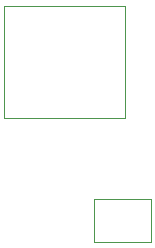
<source format=gbr>
%TF.GenerationSoftware,KiCad,Pcbnew,8.0.0-rc1*%
%TF.CreationDate,2025-03-12T12:31:09+03:00*%
%TF.ProjectId,IMX219_V2.0,494d5832-3139-45f5-9632-2e302e6b6963,rev?*%
%TF.SameCoordinates,Original*%
%TF.FileFunction,Other,User*%
%FSLAX46Y46*%
G04 Gerber Fmt 4.6, Leading zero omitted, Abs format (unit mm)*
G04 Created by KiCad (PCBNEW 8.0.0-rc1) date 2025-03-12 12:31:09*
%MOMM*%
%LPD*%
G01*
G04 APERTURE LIST*
%ADD10C,0.050000*%
G04 APERTURE END LIST*
D10*
X174130000Y-79970000D02*
X184370000Y-79970000D01*
X184370000Y-89500000D01*
X174130000Y-89500000D01*
X174130000Y-79970000D01*
X181730000Y-96335000D02*
X186560000Y-96335000D01*
X186560000Y-99945000D01*
X181730000Y-99945000D01*
X181730000Y-96335000D01*
M02*

</source>
